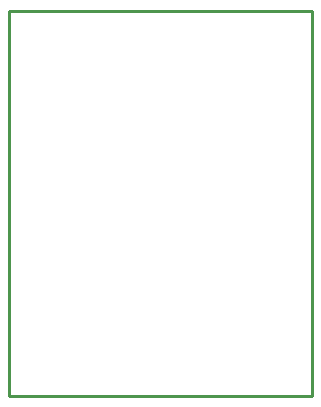
<source format=gbr>
G04 EAGLE Gerber X2 export*
%TF.Part,Single*%
%TF.FileFunction,OtherDrawing,Defines the outer dimension for cutting out the board*%
%TF.FilePolarity,Positive*%
%TF.GenerationSoftware,Autodesk,EAGLE,9.5.0*%
%TF.CreationDate,2019-11-14T23:53:21Z*%
G75*
%MOIN*%
%FSLAX34Y34*%
%LPD*%
%INa06_username_dim*%
%AMOC8*
5,1,8,0,0,1.08239X$1,22.5*%
G01*
%ADD10C,0.000000*%
%ADD11C,0.010000*%


D10*
X0Y0D02*
X10100Y0D01*
X10100Y12820D01*
X0Y12820D01*
X0Y0D01*
D11*
X0Y0D02*
X10100Y0D01*
X10100Y12820D01*
X0Y12820D01*
X0Y0D01*
M02*

</source>
